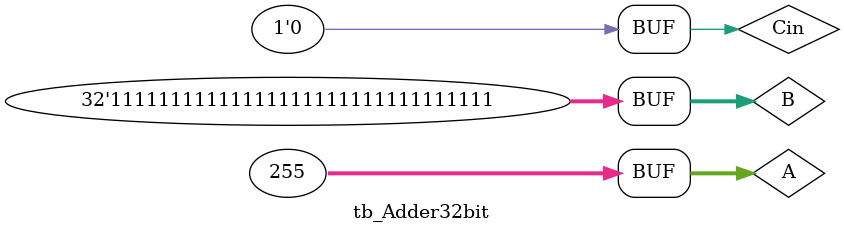
<source format=sv>
module tb_Adder32bit();

	logic [31:0] A, B;
	logic [31:0] Ya;
	logic Cin, Ofadd, Ofsub;
	
	Adder32bit add(A, B, Cin, Ya, Ofadd, Ofsub);
	initial begin

	A = 32'h00000000; B = 32'h00000000;	Cin = 1'b0; #10;
	A = 32'hFF; B = 32'hFFFFFFFF;	Cin = 1'b0; #10;

	end
endmodule

</source>
